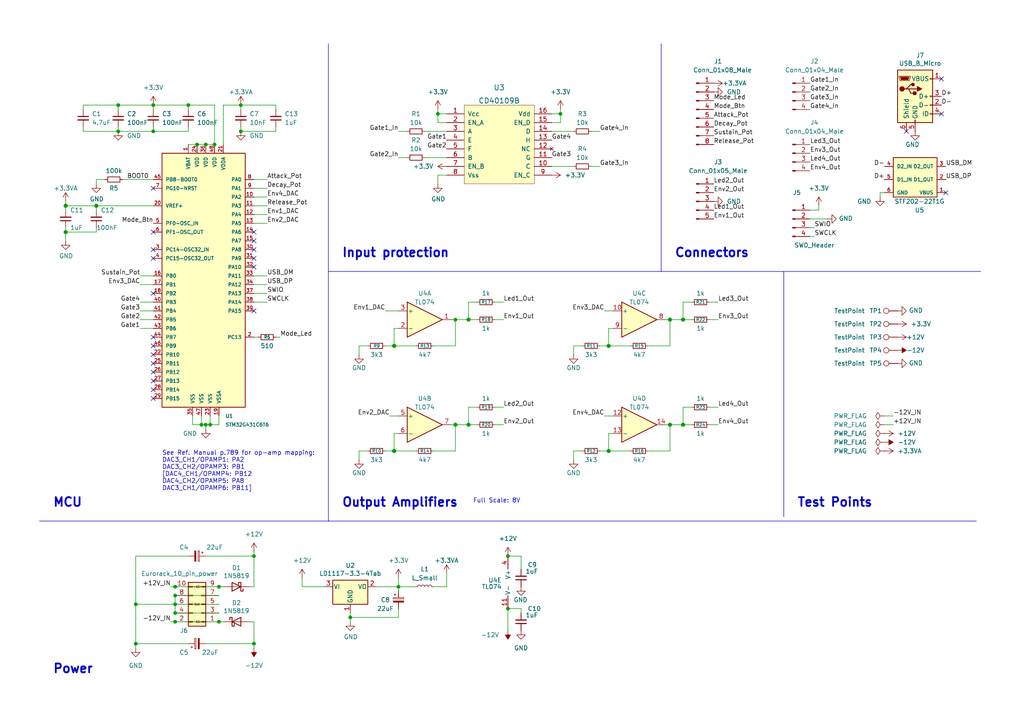
<source format=kicad_sch>
(kicad_sch (version 20230121) (generator eeschema)
  (paper "A4")
  (title_block (title "QuadEnv") (date "2023-03-09") (rev "1.0") (company "Mountjoy Modular"))
  (junction (at 19.05 59.69) (diameter 1.016))
  (junction (at 147.32 161.29))
  (junction (at 135.89 123.19) (diameter 1.016))
  (junction (at 34.29 30.48))
  (junction (at 54.61 30.48))
  (junction (at 69.85 38.1))
  (junction (at 135.89 92.71) (diameter 1.016))
  (junction (at 60.96 123.19))
  (junction (at 50.8 177.8))
  (junction (at 63.5 170.18))
  (junction (at 57.15 41.91))
  (junction (at 115.57 170.18))
  (junction (at 50.8 180.34))
  (junction (at 50.8 170.18))
  (junction (at 58.42 123.19))
  (junction (at 27.94 59.69) (diameter 1.016))
  (junction (at 39.37 186.69))
  (junction (at 132.08 92.71) (diameter 0.9144))
  (junction (at 59.69 123.19))
  (junction (at 44.45 38.1))
  (junction (at 59.69 41.91))
  (junction (at 50.8 175.26))
  (junction (at 34.29 38.1))
  (junction (at 73.66 161.29))
  (junction (at 69.85 30.48))
  (junction (at 39.37 175.26))
  (junction (at 50.8 172.72))
  (junction (at 176.53 130.81) (diameter 1.016))
  (junction (at 132.08 123.19) (diameter 1.016))
  (junction (at 194.31 123.19) (diameter 1.016))
  (junction (at 127 33.02))
  (junction (at 62.23 41.91))
  (junction (at 44.45 30.48))
  (junction (at 101.6 179.07))
  (junction (at 176.53 100.33) (diameter 1.016))
  (junction (at 19.05 67.31) (diameter 1.016))
  (junction (at 73.66 186.69))
  (junction (at 162.56 33.02))
  (junction (at 147.32 176.53))
  (junction (at 194.31 92.71) (diameter 1.016))
  (junction (at 114.3 100.33) (diameter 1.016))
  (junction (at 198.12 92.71) (diameter 1.016))
  (junction (at 63.5 180.34))
  (junction (at 114.3 130.81) (diameter 1.016))
  (junction (at 198.12 123.19) (diameter 1.016))
  (no_connect (at 44.45 85.09))
  (no_connect (at 44.45 74.93))
  (no_connect (at 73.66 74.93))
  (no_connect (at 44.45 97.79))
  (no_connect (at 44.45 102.87))
  (no_connect (at 73.66 72.39))
  (no_connect (at 44.45 107.95))
  (no_connect (at 274.32 55.88))
  (no_connect (at 73.66 67.31))
  (no_connect (at 44.45 67.31))
  (no_connect (at 44.45 110.49))
  (no_connect (at 44.45 100.33))
  (no_connect (at 273.05 22.86))
  (no_connect (at 44.45 105.41))
  (no_connect (at 273.05 33.02))
  (no_connect (at 73.66 69.85))
  (no_connect (at 44.45 113.03))
  (no_connect (at 73.66 77.47))
  (no_connect (at 44.45 54.61))
  (no_connect (at 73.66 90.17))
  (no_connect (at 44.45 72.39))
  (no_connect (at 262.89 38.1))
  (no_connect (at 44.45 115.57))
  (wire (pts (xy 198.12 118.11) (xy 198.12 123.19)))
  (wire (pts (xy 19.05 58.42) (xy 19.05 59.69)))
  (wire (pts (xy 162.56 33.02) (xy 160.02 33.02)))
  (wire (pts (xy 187.96 100.33) (xy 194.31 100.33)))
  (wire (pts (xy 73.66 57.15) (xy 77.47 57.15)))
  (wire (pts (xy 81.28 97.79) (xy 80.01 97.79)))
  (wire (pts (xy 73.66 52.07) (xy 77.47 52.07)))
  (wire (pts (xy 177.8 90.17) (xy 175.26 90.17)))
  (wire (pts (xy 166.37 48.26) (xy 160.02 48.26)))
  (wire (pts (xy 27.94 52.07) (xy 30.48 52.07)))
  (wire (pts (xy 198.12 118.11) (xy 200.66 118.11)))
  (wire (pts (xy 198.12 123.19) (xy 200.66 123.19)))
  (wire (pts (xy 19.05 67.31) (xy 19.05 69.85)))
  (wire (pts (xy 143.51 118.11) (xy 146.05 118.11)))
  (wire (pts (xy 59.69 41.91) (xy 62.23 41.91)))
  (wire (pts (xy 24.13 30.48) (xy 34.29 30.48)))
  (wire (pts (xy 59.69 123.19) (xy 59.69 124.46)))
  (wire (pts (xy 123.19 38.1) (xy 129.54 38.1)))
  (wire (pts (xy 115.57 45.72) (xy 118.11 45.72)))
  (wire (pts (xy 166.37 38.1) (xy 160.02 38.1)))
  (wire (pts (xy 193.04 92.71) (xy 194.31 92.71)))
  (wire (pts (xy 114.3 95.25) (xy 115.57 95.25)))
  (wire (pts (xy 205.74 118.11) (xy 208.28 118.11)))
  (wire (pts (xy 35.56 52.07) (xy 44.45 52.07)))
  (wire (pts (xy 62.23 41.91) (xy 62.23 30.48)))
  (wire (pts (xy 130.81 123.19) (xy 132.08 123.19)))
  (wire (pts (xy 34.29 30.48) (xy 34.29 31.75)))
  (wire (pts (xy 135.89 87.63) (xy 138.43 87.63)))
  (wire (pts (xy 55.88 120.65) (xy 55.88 123.19)))
  (wire (pts (xy 73.66 85.09) (xy 77.47 85.09)))
  (wire (pts (xy 129.54 35.56) (xy 127 35.56)))
  (polyline (pts (xy 95.25 151.13) (xy 283.21 151.13)))
  (wire (pts (xy 73.66 62.23) (xy 77.47 62.23)))
  (wire (pts (xy 39.37 187.96) (xy 39.37 186.69)))
  (wire (pts (xy 104.14 100.33) (xy 104.14 102.87)))
  (wire (pts (xy 54.61 36.83) (xy 54.61 38.1)))
  (wire (pts (xy 173.99 100.33) (xy 176.53 100.33)))
  (wire (pts (xy 24.13 36.83) (xy 24.13 38.1)))
  (wire (pts (xy 104.14 130.81) (xy 104.14 133.35)))
  (wire (pts (xy 135.89 118.11) (xy 135.89 123.19)))
  (wire (pts (xy 115.57 176.53) (xy 115.57 179.07)))
  (wire (pts (xy 63.5 172.72) (xy 50.8 172.72)))
  (wire (pts (xy 132.08 92.71) (xy 135.89 92.71)))
  (wire (pts (xy 69.85 36.83) (xy 69.85 38.1)))
  (wire (pts (xy 24.13 31.75) (xy 24.13 30.48)))
  (wire (pts (xy 173.99 130.81) (xy 176.53 130.81)))
  (wire (pts (xy 73.66 180.34) (xy 73.66 186.69)))
  (wire (pts (xy 127 53.34) (xy 127 50.8)))
  (wire (pts (xy 72.39 180.34) (xy 73.66 180.34)))
  (wire (pts (xy 50.8 175.26) (xy 50.8 177.8)))
  (wire (pts (xy 135.89 87.63) (xy 135.89 92.71)))
  (wire (pts (xy 166.37 130.81) (xy 166.37 133.35)))
  (wire (pts (xy 80.01 36.83) (xy 80.01 38.1)))
  (wire (pts (xy 87.63 167.64) (xy 87.63 170.18)))
  (wire (pts (xy 19.05 66.04) (xy 19.05 67.31)))
  (wire (pts (xy 69.85 31.75) (xy 69.85 30.48)))
  (wire (pts (xy 80.01 31.75) (xy 80.01 30.48)))
  (wire (pts (xy 255.27 55.88) (xy 256.54 55.88)))
  (wire (pts (xy 205.74 123.19) (xy 208.28 123.19)))
  (wire (pts (xy 127 31.75) (xy 127 33.02)))
  (wire (pts (xy 63.5 177.8) (xy 50.8 177.8)))
  (wire (pts (xy 135.89 123.19) (xy 138.43 123.19)))
  (wire (pts (xy 176.53 130.81) (xy 176.53 125.73)))
  (wire (pts (xy 73.66 160.02) (xy 73.66 161.29)))
  (wire (pts (xy 39.37 175.26) (xy 39.37 186.69)))
  (wire (pts (xy 234.95 63.5) (xy 240.03 63.5)))
  (wire (pts (xy 193.04 123.19) (xy 194.31 123.19)))
  (wire (pts (xy 114.3 130.81) (xy 120.65 130.81)))
  (wire (pts (xy 151.13 176.53) (xy 147.32 176.53)))
  (wire (pts (xy 34.29 38.1) (xy 44.45 38.1)))
  (wire (pts (xy 205.74 92.71) (xy 208.28 92.71)))
  (wire (pts (xy 44.45 30.48) (xy 44.45 31.75)))
  (wire (pts (xy 127 33.02) (xy 129.54 33.02)))
  (wire (pts (xy 101.6 179.07) (xy 101.6 180.34)))
  (wire (pts (xy 176.53 125.73) (xy 177.8 125.73)))
  (wire (pts (xy 39.37 175.26) (xy 50.8 175.26)))
  (wire (pts (xy 173.99 38.1) (xy 171.45 38.1)))
  (wire (pts (xy 114.3 100.33) (xy 114.3 95.25)))
  (wire (pts (xy 147.32 176.53) (xy 147.32 182.88)))
  (wire (pts (xy 40.64 87.63) (xy 44.45 87.63)))
  (wire (pts (xy 73.66 170.18) (xy 73.66 161.29)))
  (wire (pts (xy 176.53 100.33) (xy 182.88 100.33)))
  (wire (pts (xy 194.31 123.19) (xy 198.12 123.19)))
  (wire (pts (xy 27.94 59.69) (xy 27.94 60.96)))
  (wire (pts (xy 27.94 53.34) (xy 27.94 52.07)))
  (wire (pts (xy 127 35.56) (xy 127 33.02)))
  (wire (pts (xy 73.66 80.01) (xy 77.47 80.01)))
  (wire (pts (xy 234.95 66.04) (xy 236.22 66.04)))
  (wire (pts (xy 19.05 59.69) (xy 27.94 59.69)))
  (wire (pts (xy 44.45 38.1) (xy 54.61 38.1)))
  (wire (pts (xy 44.45 36.83) (xy 44.45 38.1)))
  (wire (pts (xy 151.13 161.29) (xy 151.13 165.1)))
  (wire (pts (xy 115.57 38.1) (xy 118.11 38.1)))
  (wire (pts (xy 73.66 64.77) (xy 77.47 64.77)))
  (wire (pts (xy 57.15 41.91) (xy 59.69 41.91)))
  (wire (pts (xy 132.08 130.81) (xy 132.08 123.19)))
  (wire (pts (xy 73.66 54.61) (xy 77.47 54.61)))
  (wire (pts (xy 114.3 130.81) (xy 114.3 125.73)))
  (wire (pts (xy 40.64 80.01) (xy 44.45 80.01)))
  (wire (pts (xy 234.95 60.96) (xy 237.49 60.96)))
  (wire (pts (xy 34.29 36.83) (xy 34.29 38.1)))
  (wire (pts (xy 143.51 92.71) (xy 146.05 92.71)))
  (wire (pts (xy 104.14 100.33) (xy 106.68 100.33)))
  (wire (pts (xy 111.76 100.33) (xy 114.3 100.33)))
  (wire (pts (xy 40.64 92.71) (xy 44.45 92.71)))
  (wire (pts (xy 236.22 68.58) (xy 234.95 68.58)))
  (wire (pts (xy 60.96 123.19) (xy 63.5 123.19)))
  (wire (pts (xy 132.08 100.33) (xy 132.08 92.71)))
  (wire (pts (xy 64.77 41.91) (xy 64.77 30.48)))
  (wire (pts (xy 27.94 59.69) (xy 44.45 59.69)))
  (wire (pts (xy 130.81 92.71) (xy 132.08 92.71)))
  (polyline (pts (xy 11.43 151.13) (xy 95.25 151.13)))
  (wire (pts (xy 109.22 170.18) (xy 115.57 170.18)))
  (wire (pts (xy 198.12 87.63) (xy 200.66 87.63)))
  (wire (pts (xy 64.77 30.48) (xy 69.85 30.48)))
  (wire (pts (xy 24.13 38.1) (xy 34.29 38.1)))
  (wire (pts (xy 44.45 82.55) (xy 40.64 82.55)))
  (wire (pts (xy 40.64 90.17) (xy 44.45 90.17)))
  (wire (pts (xy 132.08 123.19) (xy 135.89 123.19)))
  (wire (pts (xy 63.5 180.34) (xy 64.77 180.34)))
  (wire (pts (xy 58.42 120.65) (xy 58.42 123.19)))
  (wire (pts (xy 143.51 123.19) (xy 146.05 123.19)))
  (wire (pts (xy 49.53 180.34) (xy 50.8 180.34)))
  (wire (pts (xy 198.12 87.63) (xy 198.12 92.71)))
  (wire (pts (xy 50.8 180.34) (xy 63.5 180.34)))
  (polyline (pts (xy 191.77 12.7) (xy 191.77 78.74)))
  (wire (pts (xy 50.8 170.18) (xy 63.5 170.18)))
  (wire (pts (xy 55.88 123.19) (xy 58.42 123.19)))
  (wire (pts (xy 54.61 30.48) (xy 62.23 30.48)))
  (wire (pts (xy 69.85 30.48) (xy 80.01 30.48)))
  (wire (pts (xy 177.8 120.65) (xy 175.26 120.65)))
  (wire (pts (xy 49.53 170.18) (xy 50.8 170.18)))
  (wire (pts (xy 194.31 100.33) (xy 194.31 92.71)))
  (wire (pts (xy 115.57 170.18) (xy 120.65 170.18)))
  (wire (pts (xy 111.76 130.81) (xy 114.3 130.81)))
  (wire (pts (xy 60.96 120.65) (xy 60.96 123.19)))
  (wire (pts (xy 176.53 95.25) (xy 177.8 95.25)))
  (wire (pts (xy 19.05 67.31) (xy 27.94 67.31)))
  (wire (pts (xy 39.37 161.29) (xy 39.37 175.26)))
  (wire (pts (xy 63.5 170.18) (xy 64.77 170.18)))
  (wire (pts (xy 59.69 186.69) (xy 73.66 186.69)))
  (wire (pts (xy 87.63 170.18) (xy 93.98 170.18)))
  (wire (pts (xy 39.37 161.29) (xy 54.61 161.29)))
  (wire (pts (xy 160.02 35.56) (xy 162.56 35.56)))
  (wire (pts (xy 101.6 177.8) (xy 101.6 179.07)))
  (wire (pts (xy 111.76 90.17) (xy 115.57 90.17)))
  (wire (pts (xy 101.6 179.07) (xy 115.57 179.07)))
  (wire (pts (xy 115.57 120.65) (xy 113.03 120.65)))
  (wire (pts (xy 104.14 130.81) (xy 106.68 130.81)))
  (polyline (pts (xy 227.33 78.74) (xy 227.33 149.86)))
  (wire (pts (xy 125.73 130.81) (xy 132.08 130.81)))
  (wire (pts (xy 176.53 100.33) (xy 176.53 95.25)))
  (wire (pts (xy 135.89 92.71) (xy 138.43 92.71)))
  (polyline (pts (xy 191.77 78.74) (xy 95.25 78.74)))
  (wire (pts (xy 162.56 35.56) (xy 162.56 33.02)))
  (wire (pts (xy 151.13 176.53) (xy 151.13 177.8)))
  (wire (pts (xy 50.8 175.26) (xy 63.5 175.26)))
  (wire (pts (xy 129.54 170.18) (xy 129.54 166.37)))
  (wire (pts (xy 125.73 170.18) (xy 129.54 170.18)))
  (wire (pts (xy 50.8 172.72) (xy 50.8 175.26)))
  (wire (pts (xy 115.57 171.45) (xy 115.57 170.18)))
  (wire (pts (xy 147.32 161.29) (xy 151.13 161.29)))
  (wire (pts (xy 198.12 92.71) (xy 200.66 92.71)))
  (wire (pts (xy 187.96 130.81) (xy 194.31 130.81)))
  (wire (pts (xy 194.31 92.71) (xy 198.12 92.71)))
  (wire (pts (xy 166.37 130.81) (xy 168.91 130.81)))
  (wire (pts (xy 162.56 31.75) (xy 162.56 33.02)))
  (polyline (pts (xy 95.25 12.7) (xy 95.25 151.13)))
  (wire (pts (xy 143.51 87.63) (xy 146.05 87.63)))
  (wire (pts (xy 166.37 100.33) (xy 166.37 102.87)))
  (wire (pts (xy 44.45 30.48) (xy 54.61 30.48)))
  (wire (pts (xy 173.99 48.26) (xy 171.45 48.26)))
  (wire (pts (xy 166.37 100.33) (xy 168.91 100.33)))
  (wire (pts (xy 237.49 60.96) (xy 237.49 59.69)))
  (wire (pts (xy 27.94 66.04) (xy 27.94 67.31)))
  (wire (pts (xy 40.64 95.25) (xy 44.45 95.25)))
  (wire (pts (xy 205.74 87.63) (xy 208.28 87.63)))
  (wire (pts (xy 54.61 41.91) (xy 57.15 41.91)))
  (wire (pts (xy 255.27 57.15) (xy 255.27 55.88)))
  (wire (pts (xy 34.29 30.48) (xy 44.45 30.48)))
  (wire (pts (xy 74.93 97.79) (xy 73.66 97.79)))
  (wire (pts (xy 63.5 120.65) (xy 63.5 123.19)))
  (wire (pts (xy 59.69 161.29) (xy 73.66 161.29)))
  (wire (pts (xy 176.53 130.81) (xy 182.88 130.81)))
  (wire (pts (xy 73.66 59.69) (xy 77.47 59.69)))
  (wire (pts (xy 259.08 123.19) (xy 256.54 123.19)))
  (wire (pts (xy 72.39 170.18) (xy 73.66 170.18)))
  (wire (pts (xy 194.31 130.81) (xy 194.31 123.19)))
  (wire (pts (xy 127 50.8) (xy 129.54 50.8)))
  (wire (pts (xy 59.69 123.19) (xy 60.96 123.19)))
  (wire (pts (xy 73.66 82.55) (xy 77.47 82.55)))
  (wire (pts (xy 69.85 38.1) (xy 80.01 38.1)))
  (wire (pts (xy 58.42 123.19) (xy 59.69 123.19)))
  (wire (pts (xy 259.08 120.65) (xy 256.54 120.65)))
  (wire (pts (xy 73.66 186.69) (xy 73.66 187.96)))
  (wire (pts (xy 114.3 125.73) (xy 115.57 125.73)))
  (wire (pts (xy 123.19 45.72) (xy 129.54 45.72)))
  (polyline (pts (xy 191.77 78.74) (xy 284.48 78.74)))
  (wire (pts (xy 114.3 100.33) (xy 120.65 100.33)))
  (wire (pts (xy 73.66 87.63) (xy 77.47 87.63)))
  (wire (pts (xy 39.37 186.69) (xy 54.61 186.69)))
  (wire (pts (xy 125.73 100.33) (xy 132.08 100.33)))
  (wire (pts (xy 19.05 60.96) (xy 19.05 59.69)))
  (wire (pts (xy 54.61 30.48) (xy 54.61 31.75)))
  (wire (pts (xy 135.89 118.11) (xy 138.43 118.11)))
  (wire (pts (xy 115.57 167.64) (xy 115.57 170.18)))
  (text "See Ref. Manual p.789 for op-amp mapping:\nDAC3_CH1/OPAMP1: PA2\nDAC3_CH2/OPAMP3: PB1\n[DAC4_CH1/OPAMP4: PB12\nDAC4_CH2/OPAMP5: PA8\nDAC3_CH1/OPAMP6: PB11]\n\n\n\n" (at 46.99 148.59 0) (effects (font (size 1.27 1.27)) (justify left bottom)))
  (text "Full Scale: 8V" (at 137.16 146.05 0) (effects (font (size 1.27 1.27)) (justify left bottom)))
  (text "Output Amplifiers" (at 99.06 147.32 0) (effects (font (size 2.54 2.54) (thickness 0.508) bold) (justify left bottom)))
  (text "MCU" (at 15.24 147.32 0) (effects (font (size 2.54 2.54) (thickness 0.508) bold) (justify left bottom)))
  (text "Power" (at 15.24 195.58 0) (effects (font (size 2.54 2.54) (thickness 0.508) bold) (justify left bottom)))
  (text "Test Points" (at 231.14 147.32 0) (effects (font (size 2.54 2.54) (thickness 0.508) bold) (justify left bottom)))
  (text "Connectors" (at 195.58 74.93 0) (effects (font (size 2.54 2.54) (thickness 0.508) bold) (justify left bottom)))
  (text "Input protection" (at 99.06 74.93 0) (effects (font (size 2.54 2.54) (thickness 0.508) bold) (justify left bottom)))
  (label "Gate2" (at 129.54 43.18 180))
  (label "Led2_Out" (at 207.01 53.34 0))
  (label "-12V_IN" (at 49.53 180.34 180))
  (label "SWCLK" (at 236.22 68.58 0))
  (label "Mode_Btn" (at 44.45 64.77 180))
  (label "Mode_Btn" (at 207.01 31.75 0))
  (label "Env3_Out" (at 208.28 92.71 0))
  (label "Env3_DAC" (at 175.26 90.17 180))
  (label "USB_DP" (at 274.32 52.07 0))
  (label "Env2_Out" (at 207.01 55.88 0))
  (label "Gate2_In" (at 115.57 45.72 180))
  (label "Led3_Out" (at 208.28 87.63 0))
  (label "Gate2_In" (at 234.95 26.67 0))
  (label "Attack_Pot" (at 77.47 52.07 0))
  (label "Env1_DAC" (at 111.76 90.17 180))
  (label "Decay_Pot" (at 77.47 54.61 0))
  (label "SWCLK" (at 77.47 87.63 0))
  (label "Decay_Pot" (at 207.01 36.83 0))
  (label "Led4_Out" (at 234.95 46.99 0))
  (label "Gate1_In" (at 234.95 24.13 0))
  (label "Env1_DAC" (at 77.47 62.23 0))
  (label "Env2_DAC" (at 113.03 120.65 180))
  (label "Led3_Out" (at 234.95 41.91 0))
  (label "D+" (at 256.54 52.07 180))
  (label "USB_DP" (at 77.47 82.55 0))
  (label "Led2_Out" (at 146.05 118.11 0))
  (label "USB_DM" (at 274.32 48.26 0))
  (label "USB_DM" (at 77.47 80.01 0))
  (label "Gate1" (at 40.64 95.25 180))
  (label "Led1_Out" (at 146.05 87.63 0))
  (label "Attack_Pot" (at 207.01 34.29 0))
  (label "Release_Pot" (at 207.01 41.91 0))
  (label "-12V_IN" (at 259.08 120.65 0))
  (label "Env1_Out" (at 207.01 63.5 0))
  (label "Sustain_Pot" (at 40.64 80.01 180))
  (label "Env2_Out" (at 146.05 123.19 0))
  (label "D+" (at 273.05 27.94 0))
  (label "Gate1_In" (at 115.57 38.1 180))
  (label "Gate3" (at 40.64 90.17 180))
  (label "D-" (at 256.54 48.26 180))
  (label "Gate2" (at 40.64 92.71 180))
  (label "Release_Pot" (at 77.47 59.69 0))
  (label "Gate4_In" (at 234.95 31.75 0))
  (label "Gate3_In" (at 173.99 48.26 0))
  (label "SWIO" (at 77.47 85.09 0))
  (label "Led4_Out" (at 208.28 118.11 0))
  (label "Mode_Led" (at 81.28 97.79 0))
  (label "Gate4_In" (at 173.99 38.1 0))
  (label "Env4_Out" (at 234.95 49.53 0))
  (label "Env3_DAC" (at 40.64 82.55 180))
  (label "Env1_Out" (at 146.05 92.71 0))
  (label "Gate4" (at 160.02 40.64 0))
  (label "Env4_Out" (at 208.28 123.19 0))
  (label "Led1_Out" (at 207.01 60.96 0))
  (label "SWIO" (at 236.22 66.04 0))
  (label "Gate3_In" (at 234.95 29.21 0))
  (label "D-" (at 273.05 30.48 0))
  (label "BOOT0" (at 36.83 52.07 0))
  (label "Env2_DAC" (at 77.47 64.77 0))
  (label "Mode_Led" (at 207.01 29.21 0))
  (label "+12V_IN" (at 259.08 123.19 0))
  (label "Env3_Out" (at 234.95 44.45 0))
  (label "Gate1" (at 129.54 40.64 180))
  (label "+12V_IN" (at 49.53 170.18 180))
  (label "Env4_DAC" (at 77.47 57.15 0))
  (label "Gate4" (at 40.64 87.63 180))
  (label "Gate3" (at 160.02 45.72 0))
  (label "Sustain_Pot" (at 207.01 39.37 0))
  (label "Env4_DAC" (at 175.26 120.65 180))
  (symbol (lib_id "Amplifier_Operational:TL074") (at 185.42 123.19 0) (unit 4)
    (property "Reference" "U4" (at 185.42 115.57 0))
    (property "Value" "TL074" (at 185.42 118.11 0))
    (property "Footprint" "Package_SO:SOIC-14_3.9x8.7mm_P1.27mm" (effects hide))
    (property "Datasheet" "http://www.ti.com/lit/ds/symlink/tl071.pdf" (effects hide))
  )
  (symbol (lib_id "Device:C_Small") (at 24.13 34.29 0) (unit 1)
    (property "Reference" "C1" (at 26.67 33.0262 0) (effects (justify left)))
    (property "Value" "4.7uF" (at 26.67 35.5662 0) (effects (justify left)))
    (property "Footprint" "Capacitor_SMD:C_0603_1608Metric" (effects hide))
  )
  (symbol (lib_id "Amplifier_Operational:TL074") (at 123.19 92.71 0) (unit 1)
    (property "Reference" "U4" (at 123.19 85.09 0))
    (property "Value" "TL074" (at 123.19 87.63 0))
    (property "Footprint" "Package_SO:SOIC-14_3.9x8.7mm_P1.27mm" (effects hide))
    (property "Datasheet" "http://www.ti.com/lit/ds/symlink/tl071.pdf" (effects hide))
  )
  (symbol (lib_id "power:GND") (at 69.85 38.1 0) (unit 1)
    (property "Reference" "#PWR014" (effects hide))
    (property "Value" "GND" (at 72.39 39.3699 0) (effects (justify left)))
  )
  (symbol (lib_id "Device:C_Small") (at 151.13 180.34 180) (unit 1)
    (property "Reference" "C10" (at 153.035 176.53 0) (effects (justify right)))
    (property "Value" "1uF" (at 152.4 178.435 0) (effects (justify right)))
    (property "Footprint" "Capacitor_SMD:C_0603_1608Metric" (effects hide))
  )
  (symbol (lib_id "Device:R_Small") (at 33.02 52.07 90) (unit 1)
    (property "Reference" "R5" (at 33.02 54.61 90))
    (property "Value" "100k" (at 33.02 49.53 90))
    (property "Footprint" "Resistor_SMD:R_0603_1608Metric" (effects hide))
    (property "Part_Number" "C25803" (effects hide))
  )
  (symbol (lib_id "Device:C_Small") (at 151.13 167.64 180) (unit 1)
    (property "Reference" "C9" (at 153.035 163.83 0) (effects (justify right)))
    (property "Value" "1uF" (at 152.4 165.735 0) (effects (justify right)))
    (property "Footprint" "Capacitor_SMD:C_0603_1608Metric" (effects hide))
  )
  (symbol (lib_id "Device:R_Small") (at 123.19 130.81 270) (mirror x) (unit 1)
    (property "Reference" "R14" (at 123.19 130.81 90) (effects (font (size 0.9 0.9))))
    (property "Value" "4k7" (at 123.19 133.35 90))
    (property "Footprint" "Resistor_SMD:R_0603_1608Metric" (effects hide))
    (property "Part_Number" "C23162" (effects hide))
  )
  (symbol (lib_id "power:GND") (at 255.27 57.15 0) (unit 1)
    (property "Reference" "#PWR03" (effects hide))
    (property "Value" "GND" (at 252.73 58.4199 0) (effects (justify right)))
  )
  (symbol (lib_id "Device:R_Small") (at 203.2 123.19 90) (unit 1)
    (property "Reference" "R24" (at 203.2 123.19 90) (effects (font (size 0.9 0.9))))
    (property "Value" "1k" (at 203.2 125.73 90))
    (property "Footprint" "Resistor_SMD:R_0603_1608Metric" (effects hide))
    (property "Part_Number" "C21190" (effects hide))
  )
  (symbol (lib_id "Device:C_Polarized_Small") (at 57.15 161.29 270) (unit 1)
    (property "Reference" "C4" (at 53.34 158.75 90))
    (property "Value" "22uF" (at 62.23 158.75 90))
    (property "Footprint" "Capacitor_SMD:CP_Elec_4x5.8" (effects hide))
    (property "Part_Number" "C134798" (effects hide))
    (property "Rotation" "360" (effects hide))
  )
  (symbol (lib_id "Device:C_Small") (at 69.85 34.29 0) (unit 1)
    (property "Reference" "C7" (at 72.39 33.0262 0) (effects (justify left)))
    (property "Value" "10nF" (at 72.39 35.5662 0) (effects (justify left)))
    (property "Footprint" "Capacitor_SMD:C_0603_1608Metric" (effects hide))
  )
  (symbol (lib_id "Device:C_Small") (at 34.29 34.29 0) (unit 1)
    (property "Reference" "C2" (at 36.83 33.0262 0) (effects (justify left)))
    (property "Value" "100nF" (at 36.83 35.5662 0) (effects (justify left)))
    (property "Footprint" "Capacitor_SMD:C_0603_1608Metric" (effects hide))
  )
  (symbol (lib_id "Device:C_Small") (at 19.05 63.5 180) (unit 1)
    (property "Reference" "C11" (at 20.32 60.9599 0) (effects (justify right)))
    (property "Value" "1uF" (at 20.32 66.0399 0) (effects (justify right)))
    (property "Footprint" "Capacitor_SMD:C_0603_1608Metric" (effects hide))
    (property "Part_Number" "C15849" (effects hide))
  )
  (symbol (lib_id "Connector:Conn_01x05_Pin") (at 201.93 58.42 0) (unit 1)
    (property "Reference" "J3" (at 208.28 46.99 0))
    (property "Value" "Conn_01x05_Male" (at 208.28 49.53 0))
    (property "Footprint" "Connector_PinHeader_2.54mm:PinHeader_1x05_P2.54mm_Vertical" (effects hide))
  )
  (symbol (lib_id "Device:R_Small") (at 109.22 130.81 270) (unit 1)
    (property "Reference" "R10" (at 109.22 130.81 90) (effects (font (size 0.9 0.9))))
    (property "Value" "3k3" (at 109.22 133.35 90))
    (property "Footprint" "Resistor_SMD:R_0603_1608Metric" (effects hide))
    (property "Part_Number" "C22978" (effects hide))
  )
  (symbol (lib_id "power:+3.3VA") (at 19.05 58.42 0) (unit 1)
    (property "Reference" "#PWR023" (effects hide))
    (property "Value" "+3.3VA" (at 19.05 54.61 0))
  )
  (symbol (lib_id "power:GND") (at 151.13 170.18 0) (unit 1)
    (property "Reference" "#PWR031" (effects hide))
    (property "Value" "GND" (at 153.035 173.99 0) (effects (justify right)))
  )
  (symbol (lib_id "power:PWR_FLAG") (at 256.54 128.27 90) (mirror x) (unit 1)
    (property "Reference" "#FLG04" (effects hide))
    (property "Value" "PWR_FLAG" (at 251.46 128.2699 90) (effects (justify left)))
  )
  (symbol (lib_id "Device:R_Small") (at 120.65 38.1 90) (unit 1)
    (property "Reference" "R1" (at 120.65 33.02 90))
    (property "Value" "10k" (at 120.65 35.56 90))
    (property "Footprint" "Resistor_SMD:R_0603_1608Metric" (effects hide))
    (property "Part_Number" "C23162" (effects hide))
  )
  (symbol (lib_id "Device:R_Small") (at 203.2 92.71 90) (unit 1)
    (property "Reference" "R22" (at 203.2 92.71 90) (effects (font (size 0.9 0.9))))
    (property "Value" "1k" (at 203.2 95.25 90))
    (property "Footprint" "Resistor_SMD:R_0603_1608Metric" (effects hide))
    (property "Part_Number" "C21190" (effects hide))
  )
  (symbol (lib_id "Device:R_Small") (at 168.91 48.26 90) (unit 1)
    (property "Reference" "R4" (at 168.91 43.18 90))
    (property "Value" "10k" (at 168.91 45.72 90))
    (property "Footprint" "Resistor_SMD:R_0603_1608Metric" (effects hide))
    (property "Part_Number" "C23162" (effects hide))
  )
  (symbol (lib_id "power:GND") (at 127 53.34 0) (unit 1)
    (property "Reference" "#PWR019" (effects hide))
    (property "Value" "GND" (at 127.127 57.7342 0))
  )
  (symbol (lib_id "Device:R_Small") (at 171.45 100.33 270) (unit 1)
    (property "Reference" "R11" (at 171.45 100.33 90) (effects (font (size 0.9 0.9))))
    (property "Value" "3k3" (at 171.45 102.87 90))
    (property "Footprint" "Resistor_SMD:R_0603_1608Metric" (effects hide))
    (property "Part_Number" "C22978" (effects hide))
  )
  (symbol (lib_id "Device:C_Polarized_Small") (at 115.57 173.99 0) (unit 1)
    (property "Reference" "C8" (at 111.76 173.99 0))
    (property "Value" "22uF" (at 111.76 176.53 0))
    (property "Footprint" "Capacitor_SMD:CP_Elec_4x5.8" (effects hide))
    (property "Part_Number" "C134793" (effects hide))
    (property "Rotation" "180" (effects hide))
  )
  (symbol (lib_id "power:+12V") (at 256.54 125.73 270) (unit 1)
    (property "Reference" "#PWR041" (effects hide))
    (property "Value" "+12V" (at 260.35 125.7299 90) (effects (justify left)))
  )
  (symbol (lib_id "STM32:STM32G431C6T6") (at 59.69 77.47 0) (unit 1)
    (property "Reference" "U1" (at 65.3797 120.65 0) (effects (font (size 1.016 1.016)) (justify left)))
    (property "Value" "STM32G431C6T6" (at 65.3797 123.19 0) (effects (font (size 1.016 1.016)) (justify left)))
    (property "Footprint" "Package_QFP:LQFP-48_7x7mm_P0.5mm" (effects hide))
    (property "MANUFACTURER" "STMicroelectronics" (effects hide))
    (property "MAXIMUM_PACKAGE_HEIGHT" "0.60mm" (effects hide))
    (property "PARTREV" "4" (effects hide))
    (property "STANDARD" "IPC 7351B" (effects hide))
  )
  (symbol (lib_id "power:+3.3VA") (at 69.85 30.48 0) (unit 1)
    (property "Reference" "#PWR0101" (effects hide))
    (property "Value" "+3.3VA" (at 69.85 26.67 0))
  )
  (symbol (lib_id "power:GND") (at 104.14 133.35 0) (mirror y) (unit 1)
    (property "Reference" "#PWR038" (effects hide))
    (property "Value" "GND" (at 104.14 137.16 0))
  )
  (symbol (lib_id "Device:R_Small") (at 168.91 38.1 90) (unit 1)
    (property "Reference" "R3" (at 168.91 33.02 90))
    (property "Value" "10k" (at 168.91 35.56 90))
    (property "Footprint" "Resistor_SMD:R_0603_1608Metric" (effects hide))
    (property "Part_Number" "C23162" (effects hide))
  )
  (symbol (lib_name "+3.3V_1") (lib_id "power:+3.3V") (at 162.56 31.75 0) (unit 1)
    (property "Reference" "#PWR0109" (effects hide))
    (property "Value" "+3.3V" (at 162.56 26.67 0))
  )
  (symbol (lib_id "Device:R_Small") (at 203.2 118.11 90) (unit 1)
    (property "Reference" "R23" (at 203.2 118.11 90) (effects (font (size 0.9 0.9))))
    (property "Value" "1k" (at 203.2 115.57 90))
    (property "Footprint" "Resistor_SMD:R_0603_1608Metric" (effects hide))
    (property "Part_Number" "C21190" (effects hide))
  )
  (symbol (lib_name "+3.3V_1") (lib_id "power:+3.3V") (at 237.49 59.69 0) (unit 1)
    (property "Reference" "#PWR0104" (effects hide))
    (property "Value" "+3.3V" (at 237.49 54.61 0))
  )
  (symbol (lib_id "Device:R_Small") (at 140.97 118.11 90) (unit 1)
    (property "Reference" "R19" (at 140.97 118.11 90) (effects (font (size 0.9 0.9))))
    (property "Value" "1k" (at 140.97 115.57 90))
    (property "Footprint" "Resistor_SMD:R_0603_1608Metric" (effects hide))
    (property "Part_Number" "C21190" (effects hide))
  )
  (symbol (lib_id "Device:C_Small") (at 44.45 34.29 0) (unit 1)
    (property "Reference" "C3" (at 46.99 33.0262 0) (effects (justify left)))
    (property "Value" "100nF" (at 46.99 35.5662 0) (effects (justify left)))
    (property "Footprint" "Capacitor_SMD:C_0603_1608Metric" (effects hide))
  )
  (symbol (lib_id "Amplifier_Operational:TL074") (at 149.86 168.91 0) (unit 5)
    (property "Reference" "U4" (at 141.605 168.275 0) (effects (justify left)))
    (property "Value" "TL074" (at 139.7 170.18 0) (effects (justify left)))
    (property "Footprint" "Package_SO:SOIC-14_3.9x8.7mm_P1.27mm" (effects hide))
    (property "Datasheet" "http://www.ti.com/lit/ds/symlink/tl071.pdf" (effects hide))
  )
  (symbol (lib_id "power:-12V") (at 256.54 128.27 270) (mirror x) (unit 1)
    (property "Reference" "#PWR042" (effects hide))
    (property "Value" "-12V" (at 260.35 128.2699 90) (effects (justify left)))
  )
  (symbol (lib_name "+3.3V_1") (lib_id "power:+3.3V") (at 127 31.75 0) (unit 1)
    (property "Reference" "#PWR0107" (effects hide))
    (property "Value" "+3.3V" (at 127 26.67 0))
  )
  (symbol (lib_id "power:GND") (at 260.35 90.17 90) (unit 1)
    (property "Reference" "#PWR01" (effects hide))
    (property "Value" "GND" (at 263.6012 90.043 90) (effects (justify right)))
  )
  (symbol (lib_id "Connector:TestPoint") (at 260.35 93.98 90) (unit 1)
    (property "Reference" "TP2" (at 254 93.98 90))
    (property "Value" "TestPoint" (at 246.38 93.98 90))
    (property "Footprint" "Custom_Footprints:1mm_Test_Point" (effects hide))
  )
  (symbol (lib_id "power:GND") (at 101.6 180.34 0) (unit 1)
    (property "Reference" "#PWR016" (effects hide))
    (property "Value" "GND" (at 101.727 184.7342 0))
  )
  (symbol (lib_id "power:GND") (at 59.69 124.46 0) (unit 1)
    (property "Reference" "#PWR010" (effects hide))
    (property "Value" "GND" (at 57.15 125.7299 0) (effects (justify right)))
  )
  (symbol (lib_id "power:+12V") (at 260.35 97.79 270) (unit 1)
    (property "Reference" "#PWR013" (effects hide))
    (property "Value" "+12V" (at 262.89 97.79 90) (effects (justify left)))
  )
  (symbol (lib_id "power:-12V") (at 260.35 101.6 270) (unit 1)
    (property "Reference" "#PWR018" (effects hide))
    (property "Value" "-12V" (at 262.89 101.6 90) (effects (justify left)))
  )
  (symbol (lib_id "Device:C_Small") (at 27.94 63.5 180) (unit 1)
    (property "Reference" "C12" (at 29.21 60.9599 0) (effects (justify right)))
    (property "Value" "100nF" (at 27.94 66.0399 0) (effects (justify right)))
    (property "Footprint" "Capacitor_SMD:C_0603_1608Metric" (effects hide))
    (property "Part_Number" "C14663" (effects hide))
  )
  (symbol (lib_id "power:+12V") (at 147.32 161.29 0) (unit 1)
    (property "Reference" "#PWR029" (effects hide))
    (property "Value" "+12V" (at 147.32 156.21 0))
  )
  (symbol (lib_id "power:GND") (at 104.14 102.87 0) (unit 1)
    (property "Reference" "#PWR037" (effects hide))
    (property "Value" "GND" (at 104.14 106.68 0))
  )
  (symbol (lib_id "Device:R_Small") (at 77.47 97.79 270) (unit 1)
    (property "Reference" "R6" (at 77.47 97.79 90) (effects (font (size 0.9 0.9))))
    (property "Value" "510" (at 77.47 100.33 90))
    (property "Footprint" "Resistor_SMD:R_0603_1608Metric" (effects hide))
    (property "Part_Number" "C22978" (effects hide))
  )
  (symbol (lib_id "Device:L_Small") (at 123.19 170.18 90) (unit 1)
    (property "Reference" "L1" (at 123.19 165.1 90))
    (property "Value" "L_Small" (at 123.19 167.64 90))
    (property "Footprint" "Inductor_SMD:L_0805_2012Metric_Pad1.05x1.20mm_HandSolder" (effects hide))
    (property "Part_Number" "C1046" (effects hide))
  )
  (symbol (lib_id "power:+12V") (at 87.63 167.64 0) (unit 1)
    (property "Reference" "#PWR015" (effects hide))
    (property "Value" "+12V" (at 87.63 162.56 0))
  )
  (symbol (lib_id "Device:C_Polarized_Small") (at 57.15 186.69 90) (unit 1)
    (property "Reference" "C5" (at 53.34 189.23 90))
    (property "Value" "22uF" (at 60.96 189.23 90))
    (property "Footprint" "Capacitor_SMD:CP_Elec_4x5.8" (effects hide))
    (property "Part_Number" "C134793" (effects hide))
    (property "Rotation" "270" (effects hide))
  )
  (symbol (lib_id "Connector:Conn_01x08_Pin") (at 201.93 31.75 0) (unit 1)
    (property "Reference" "J1" (at 208.28 17.78 0))
    (property "Value" "Conn_01x08_Male" (at 209.55 20.32 0))
    (property "Footprint" "Connector_PinHeader_2.54mm:PinHeader_1x08_P2.54mm_Vertical" (effects hide))
  )
  (symbol (lib_id "Device:R_Small") (at 140.97 123.19 90) (unit 1)
    (property "Reference" "R20" (at 140.97 123.19 90) (effects (font (size 0.9 0.9))))
    (property "Value" "1k" (at 140.97 125.73 90))
    (property "Footprint" "Resistor_SMD:R_0603_1608Metric" (effects hide))
    (property "Part_Number" "C21190" (effects hide))
  )
  (symbol (lib_id "Connector:USB_B_Micro") (at 265.43 27.94 0) (unit 1)
    (property "Reference" "J7" (at 266.8778 16.0782 0))
    (property "Value" "USB_B_Micro" (at 266.8778 18.3896 0))
    (property "Footprint" "Custom_Footprints:USB_Micro-B_Amphenol" (effects hide))
  )
  (symbol (lib_id "LD1117-3.3-4Tab:LD1117-3.3-4Tab") (at 101.6 170.18 0) (unit 1)
    (property "Reference" "U2" (at 101.6 164.0332 0))
    (property "Value" "LD1117-3.3-4Tab" (at 101.6 166.3446 0))
    (property "Footprint" "Package_TO_SOT_SMD:SOT-223-3_TabPin2" (effects hide))
    (property "Datasheet" "http://www.diodes.com/datasheets/AP1117.pdf" (effects hide))
  )
  (symbol (lib_id "power:GND") (at 207.01 26.67 90) (mirror x) (unit 1)
    (property "Reference" "#PWR02" (effects hide))
    (property "Value" "GND" (at 210.82 26.67 90) (effects (justify right)))
  )
  (symbol (lib_id "power:GND") (at 240.03 63.5 90) (unit 1)
    (property "Reference" "#PWR06" (effects hide))
    (property "Value" "GND" (at 243.2812 63.373 90) (effects (justify right)))
  )
  (symbol (lib_id "power:+3.3VA") (at 129.54 166.37 0) (unit 1)
    (property "Reference" "#PWR0103" (effects hide))
    (property "Value" "+3.3VA" (at 129.54 162.56 0))
  )
  (symbol (lib_id "Diode:1N5819") (at 68.58 170.18 180) (unit 1)
    (property "Reference" "D1" (at 68.58 164.6936 0))
    (property "Value" "1N5819" (at 68.58 167.005 0))
    (property "Footprint" "Diode_SMD:D_SOD-123" (effects hide))
    (property "Datasheet" "https://datasheet.lcsc.com/szlcsc/Changjiang-Electronics-Tech-CJ-B5819W_C8598.pdf" (effects hide))
    (property "Part_Number" "C8598" (effects hide))
  )
  (symbol (lib_id "power:GND") (at 151.13 182.88 0) (unit 1)
    (property "Reference" "#PWR032" (effects hide))
    (property "Value" "GND" (at 151.13 187.96 0))
  )
  (symbol (lib_id "Device:R_Small") (at 171.45 130.81 270) (unit 1)
    (property "Reference" "R12" (at 171.45 130.81 90) (effects (font (size 0.9 0.9))))
    (property "Value" "3k3" (at 171.45 133.35 90))
    (property "Footprint" "Resistor_SMD:R_0603_1608Metric" (effects hide))
    (property "Part_Number" "C22978" (effects hide))
  )
  (symbol (lib_id "power:GND") (at 166.37 133.35 0) (mirror y) (unit 1)
    (property "Reference" "#PWR040" (effects hide))
    (property "Value" "GND" (at 166.37 137.16 0))
  )
  (symbol (lib_id "power:-12V") (at 73.66 187.96 180) (unit 1)
    (property "Reference" "#PWR012" (effects hide))
    (property "Value" "-12V" (at 73.66 193.04 0))
  )
  (symbol (lib_id "STF202-22T1G:STF202-22T1G") (at 265.43 52.07 0) (unit 1)
    (property "Reference" "U5" (at 266.7 60.96 0))
    (property "Value" "STF202-22T1G" (at 266.7 58.42 0))
    (property "Footprint" "Custom_Footprints:STF202-22T1G" (effects hide))
    (property "MF" "ON Semiconductor" (effects hide))
    (property "DESCRIPTION" "RC (Pi) EMI Filter 2nd Order Low Pass 2 Channel R = 22Ohms, C = 68pF SC-74, SOT-457" (effects hide))
    (property "PACKAGE" "TSOP-6 ON Semiconductor" (effects hide))
    (property "PRICE" "None" (effects hide))
    (property "MP" "STF202-22T1G" (effects hide))
    (property "AVAILABILITY" "In Stock" (effects hide))
    (property "PURCHASE-URL" "https://pricing.snapeda.com/search/part/STF202-22T1G/?ref=eda" (effects hide))
  )
  (symbol (lib_id "power:+3.3VA") (at 256.54 130.81 270) (mirror x) (unit 1)
    (property "Reference" "#PWR0112" (effects hide))
    (property "Value" "+3.3VA" (at 260.35 130.8099 90) (effects (justify left)))
  )
  (symbol (lib_id "Device:R_Small") (at 185.42 130.81 270) (mirror x) (unit 1)
    (property "Reference" "R16" (at 185.42 130.81 90) (effects (font (size 0.9 0.9))))
    (property "Value" "4k7" (at 185.42 133.35 90))
    (property "Footprint" "Resistor_SMD:R_0603_1608Metric" (effects hide))
    (property "Part_Number" "C23162" (effects hide))
  )
  (symbol (lib_id "power:PWR_FLAG") (at 256.54 130.81 90) (mirror x) (unit 1)
    (property "Reference" "#FLG0101" (effects hide))
    (property "Value" "PWR_FLAG" (at 251.46 130.8099 90) (effects (justify left)))
  )
  (symbol (lib_id "Device:R_Small") (at 185.42 100.33 270) (mirror x) (unit 1)
    (property "Reference" "R15" (at 185.42 100.33 90) (effects (font (size 0.9 0.9))))
    (property "Value" "4k7" (at 185.42 102.87 90))
    (property "Footprint" "Resistor_SMD:R_0603_1608Metric" (effects hide))
    (property "Part_Number" "C23162" (effects hide))
  )
  (symbol (lib_id "power:PWR_FLAG") (at 256.54 123.19 90) (mirror x) (unit 1)
    (property "Reference" "#FLG02" (effects hide))
    (property "Value" "PWR_FLAG" (at 251.46 123.1899 90) (effects (justify left)))
  )
  (symbol (lib_id "Amplifier_Operational:TL074") (at 185.42 92.71 0) (unit 3)
    (property "Reference" "U4" (at 185.42 85.09 0))
    (property "Value" "TL074" (at 185.42 87.63 0))
    (property "Footprint" "Package_SO:SOIC-14_3.9x8.7mm_P1.27mm" (effects hide))
    (property "Datasheet" "http://www.ti.com/lit/ds/symlink/tl071.pdf" (effects hide))
  )
  (symbol (lib_id "Connector:TestPoint") (at 260.35 101.6 90) (unit 1)
    (property "Reference" "TP4" (at 254 101.6 90))
    (property "Value" "TestPoint" (at 246.38 101.6 90))
    (property "Footprint" "Custom_Footprints:1mm_Test_Point" (effects hide))
  )
  (symbol (lib_id "power:GND") (at 39.37 187.96 0) (unit 1)
    (property "Reference" "#PWR07" (effects hide))
    (property "Value" "GND" (at 39.37 193.04 0))
  )
  (symbol (lib_id "power:+3.3VA") (at 207.01 24.13 270) (unit 1)
    (property "Reference" "#PWR0102" (effects hide))
    (property "Value" "+3.3VA" (at 209.55 24.13 90) (effects (justify left)))
  )
  (symbol (lib_id "power:+12V") (at 73.66 160.02 0) (unit 1)
    (property "Reference" "#PWR011" (effects hide))
    (property "Value" "+12V" (at 73.66 154.94 0))
  )
  (symbol (lib_id "Connector:TestPoint") (at 260.35 105.41 90) (unit 1)
    (property "Reference" "TP5" (at 254 105.41 90))
    (property "Value" "TestPoint" (at 246.38 105.41 90))
    (property "Footprint" "Custom_Footprints:1mm_Test_Point" (effects hide))
  )
  (symbol (lib_id "Diode:1N5819") (at 68.58 180.34 0) (unit 1)
    (property "Reference" "D2" (at 68.58 174.8536 0))
    (property "Value" "1N5819" (at 68.58 177.165 0))
    (property "Footprint" "Diode_SMD:D_SOD-123" (effects hide))
    (property "Datasheet" "https://datasheet.lcsc.com/szlcsc/Changjiang-Electronics-Tech-CJ-B5819W_C8598.pdf" (effects hide))
    (property "Part_Number" "C8598" (effects hide))
  )
  (symbol (lib_id "Device:R_Small") (at 123.19 100.33 270) (mirror x) (unit 1)
    (property "Reference" "R13" (at 123.19 100.33 90) (effects (font (size 0.9 0.9))))
    (property "Value" "4k7" (at 123.19 102.87 90))
    (property "Footprint" "Resistor_SMD:R_0603_1608Metric" (effects hide))
    (property "Part_Number" "C23162" (effects hide))
  )
  (symbol (lib_id "Device:R_Small") (at 140.97 87.63 90) (unit 1)
    (property "Reference" "R17" (at 140.97 87.63 90) (effects (font (size 0.9 0.9))))
    (property "Value" "1k" (at 140.97 85.09 90))
    (property "Footprint" "Resistor_SMD:R_0603_1608Metric" (effects hide))
    (property "Part_Number" "C21190" (effects hide))
  )
  (symbol (lib_id "Amplifier_Operational:TL074") (at 123.19 123.19 0) (unit 2)
    (property "Reference" "U4" (at 123.19 115.57 0))
    (property "Value" "TL074" (at 123.19 118.11 0))
    (property "Footprint" "Package_SO:SOIC-14_3.9x8.7mm_P1.27mm" (effects hide))
    (property "Datasheet" "http://www.ti.com/lit/ds/symlink/tl071.pdf" (effects hide))
  )
  (symbol (lib_id "Device:R_Small") (at 203.2 87.63 90) (unit 1)
    (property "Reference" "R21" (at 203.2 87.63 90) (effects (font (size 0.9 0.9))))
    (property "Value" "1k" (at 203.2 85.09 90))
    (property "Footprint" "Resistor_SMD:R_0603_1608Metric" (effects hide))
    (property "Part_Number" "C21190" (effects hide))
  )
  (symbol (lib_id "Connector:TestPoint") (at 260.35 90.17 90) (unit 1)
    (property "Reference" "TP1" (at 254 90.17 90))
    (property "Value" "TestPoint" (at 246.38 90.17 90))
    (property "Footprint" "Custom_Footprints:1mm_Test_Point" (effects hide))
  )
  (symbol (lib_id "Connector:Conn_01x04_Pin") (at 229.87 44.45 0) (unit 1)
    (property "Reference" "J4" (at 236.22 35.56 0))
    (property "Value" "Conn_01x04_Male" (at 236.22 38.1 0))
    (property "Footprint" "Connector_PinHeader_2.54mm:PinHeader_1x04_P2.54mm_Vertical" (effects hide))
  )
  (symbol (lib_id "Connector:Conn_01x04_Pin") (at 229.87 63.5 0) (unit 1)
    (property "Reference" "J5" (at 231.14 55.88 0))
    (property "Value" "SWD_Header" (at 236.22 71.12 0))
    (property "Footprint" "Custom_Footprints:SWD_header" (effects hide))
  )
  (symbol (lib_id "power:GND") (at 207.01 58.42 90) (mirror x) (unit 1)
    (property "Reference" "#PWR0113" (effects hide))
    (property "Value" "GND" (at 210.82 58.4199 90) (effects (justify right)))
  )
  (symbol (lib_name "+3.3V_1") (lib_id "power:+3.3V") (at 160.02 50.8 270) (unit 1)
    (property "Reference" "#PWR0110" (effects hide))
    (property "Value" "+3.3V" (at 163.83 50.7999 90) (effects (justify left)))
  )
  (symbol (lib_id "power:GND") (at 166.37 102.87 0) (mirror y) (unit 1)
    (property "Reference" "#PWR039" (effects hide))
    (property "Value" "GND" (at 166.37 106.68 0))
  )
  (symbol (lib_name "+3.3V_1") (lib_id "power:+3.3V") (at 129.54 48.26 90) (unit 1)
    (property "Reference" "#PWR0105" (effects hide))
    (property "Value" "+3.3V" (at 125.73 48.2599 90) (effects (justify left)))
  )
  (symbol (lib_id "CD40109B:CD40109B") (at 151.13 40.64 0) (unit 1)
    (property "Reference" "U3" (at 144.78 25.4 0) (effects (font (size 1.524 1.524))))
    (property "Value" "CD40109B" (at 144.78 29.21 0) (effects (font (size 1.524 1.524))))
    (property "Footprint" "Package_SO:TSSOP-16_4.4x5mm_P0.65mm" (effects hide))
  )
  (symbol (lib_id "Connector:TestPoint") (at 260.35 97.79 90) (unit 1)
    (property "Reference" "TP3" (at 254 97.79 90))
    (property "Value" "TestPoint" (at 246.38 97.79 90))
    (property "Footprint" "Custom_Footprints:1mm_Test_Point" (effects hide))
  )
  (symbol (lib_id "Device:C_Small") (at 80.01 34.29 180) (unit 1)
    (property "Reference" "C13" (at 82.55 33.02 0) (effects (justify right)))
    (property "Value" "1uF" (at 82.55 35.56 0) (effects (justify right)))
    (property "Footprint" "Capacitor_SMD:C_0603_1608Metric" (effects hide))
    (property "Part_Number" "C15849" (effects hide))
  )
  (symbol (lib_id "power:GND") (at 34.29 38.1 0) (unit 1)
    (property "Reference" "#PWR08" (effects hide))
    (property "Value" "GND" (at 36.83 39.3699 0) (effects (justify left)))
  )
  (symbol (lib_id "power:GND") (at 27.94 53.34 0) (unit 1)
    (property "Reference" "#PWR022" (effects hide))
    (property "Value" "GND" (at 28.067 57.7342 0))
  )
  (symbol (lib_id "Device:R_Small") (at 120.65 45.72 90) (unit 1)
    (property "Reference" "R2" (at 120.65 40.64 90))
    (property "Value" "10k" (at 120.65 43.18 90))
    (property "Footprint" "Resistor_SMD:R_0603_1608Metric" (effects hide))
    (property "Part_Number" "C23162" (effects hide))
  )
  (symbol (lib_id "power:GND") (at 260.35 105.41 90) (unit 1)
    (property "Reference" "#PWR020" (effects hide))
    (property "Value" "GND" (at 263.6012 105.283 90) (effects (justify right)))
  )
  (symbol (lib_id "power:PWR_FLAG") (at 256.54 125.73 90) (mirror x) (unit 1)
    (property "Reference" "#FLG03" (effects hide))
    (property "Value" "PWR_FLAG" (at 251.46 125.7299 90) (effects (justify left)))
  )
  (symbol (lib_id "power:PWR_FLAG") (at 256.54 120.65 90) (mirror x) (unit 1)
    (property "Reference" "#FLG01" (effects hide))
    (property "Value" "PWR_FLAG" (at 251.46 120.6499 90) (effects (justify left)))
  )
  (symbol (lib_id "power:GND") (at 265.43 38.1 0) (unit 1)
    (property "Reference" "#PWR0111" (effects hide))
    (property "Value" "GND" (at 266.7 41.91 0) (effects (justify right)))
  )
  (symbol (lib_name "+3.3V_1") (lib_id "power:+3.3V") (at 115.57 167.64 0) (unit 1)
    (property "Reference" "#PWR017" (effects hide))
    (property "Value" "+3.3V" (at 115.57 162.56 0))
  )
  (symbol (lib_name "+3.3V_1") (lib_id "power:+3.3V") (at 260.35 93.98 270) (unit 1)
    (property "Reference" "#PWR0108" (effects hide))
    (property "Value" "+3.3V" (at 264.16 93.9799 90) (effects (justify left)))
  )
  (symbol (lib_id "power:GND") (at 19.05 69.85 0) (unit 1)
    (property "Reference" "#PWR024" (effects hide))
    (property "Value" "GND" (at 19.177 74.2442 0))
  )
  (symbol (lib_id "Device:R_Small") (at 109.22 100.33 270) (unit 1)
    (property "Reference" "R9" (at 109.22 100.33 90) (effects (font (size 0.9 0.9))))
    (property "Value" "3k3" (at 109.22 102.87 90))
    (property "Footprint" "Resistor_SMD:R_0603_1608Metric" (effects hide))
    (property "Part_Number" "C22978" (effects hide))
  )
  (symbol (lib_id "power:-12V") (at 147.32 182.88 180) (unit 1)
    (property "Reference" "#PWR030" (effects hide))
    (property "Value" "-12V" (at 144.78 184.1499 0) (effects (justify left)))
  )
  (symbol (lib_id "Device:C_Small") (at 54.61 34.29 0) (unit 1)
    (property "Reference" "C6" (at 57.15 33.0262 0) (effects (justify left)))
    (property "Value" "100nF" (at 57.15 35.5662 0) (effects (justify left)))
    (property "Footprint" "Capacitor_SMD:C_0603_1608Metric" (effects hide))
  )
  (symbol (lib_name "+3.3V_1") (lib_id "power:+3.3V") (at 44.45 30.48 0) (unit 1)
    (property "Reference" "#PWR09" (effects hide))
    (property "Value" "+3.3V" (at 44.45 25.4 0))
  )
  (symbol (lib_id "Eurorack_Header:Eurorack_10_pin_power") (at 58.42 175.26 180) (unit 1)
    (property "Reference" "J6" (at 53.34 182.88 0))
    (property "Value" "Eurorack_10_pin_power" (at 52.07 166.37 0))
    (property "Footprint" "Connector_PinHeader_2.54mm:PinHeader_2x05_P2.54mm_Vertical" (effects hide))
  )
  (symbol (lib_id "Device:R_Small") (at 140.97 92.71 90) (unit 1)
    (property "Reference" "R18" (at 140.97 92.71 90) (effects (font (size 0.9 0.9))))
    (property "Value" "1k" (at 140.97 95.25 90))
    (property "Footprint" "Resistor_SMD:R_0603_1608Metric" (effects hide))
    (property "Part_Number" "C21190" (effects hide))
  )
  (symbol (lib_id "Connector:Conn_01x04_Pin") (at 229.87 26.67 0) (unit 1)
    (property "Reference" "J2" (at 236.22 17.78 0))
    (property "Value" "Conn_01x04_Male" (at 236.22 20.32 0))
    (property "Footprint" "Connector_PinHeader_2.54mm:PinHeader_1x04_P2.54mm_Vertical" (effects hide))
  )
)
</source>
